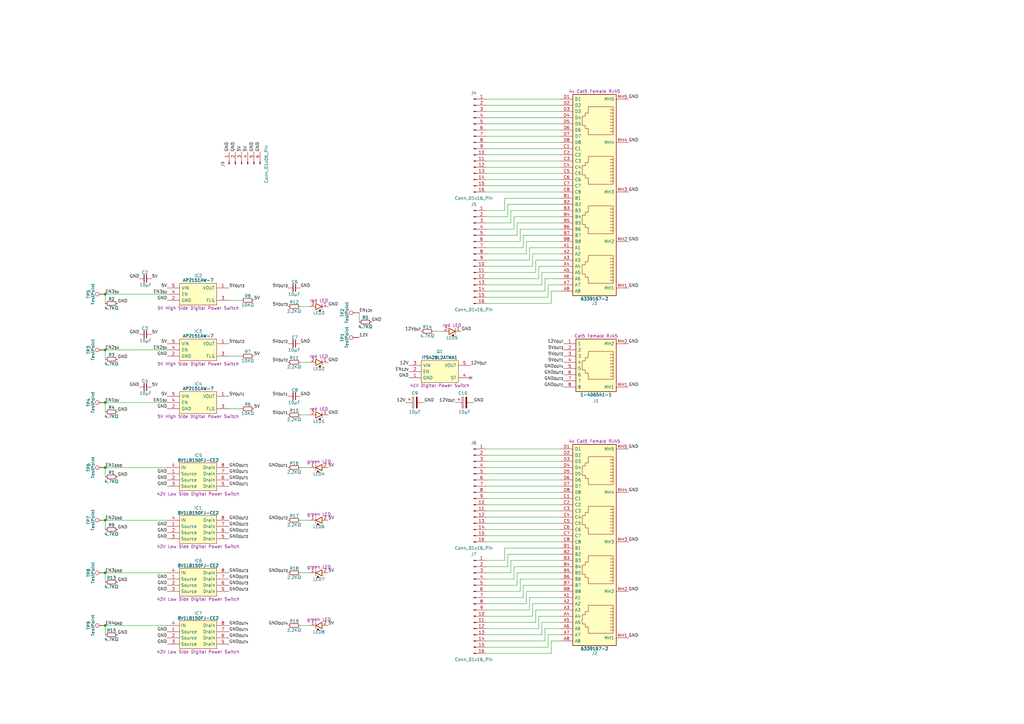
<source format=kicad_sch>
(kicad_sch (version 20231120) (generator "eeschema") (generator_version "8.0")
  (paper "A3")
  (title_block (title "Pico Wide GPIO Connect") (date "2025-01-30") (rev "V0"))
  (lib_symbols
    (symbol "Connector:Conn_01x06_Pin" (pin_names (offset 1.016) hide)
      (property "Reference" "J" (at 0 7.62 0))
      (property "Value" "Conn_01x06_Pin" (at 0 -10.16 0))
      (symbol "Conn_01x06_Pin_1_1"
        (pin passive line (at 5.08 5.08 180) (length 3.81) (name "Pin_1") (number "1"))
        (pin passive line (at 5.08 2.54 180) (length 3.81) (name "Pin_2") (number "2"))
        (pin passive line (at 5.08 0 180) (length 3.81) (name "Pin_3") (number "3"))
        (pin passive line (at 5.08 -2.54 180) (length 3.81) (name "Pin_4") (number "4"))
        (pin passive line (at 5.08 -5.08 180) (length 3.81) (name "Pin_5") (number "5"))
        (pin passive line (at 5.08 -7.62 180) (length 3.81) (name "Pin_6") (number "6"))
      )
    )
    (symbol "Connector:Conn_01x16_Pin" (pin_names (offset 1.016) hide)
      (property "Reference" "J" (at 0 20.32 0))
      (property "Value" "Conn_01x16_Pin" (at 0 -22.86 0))
      (symbol "Conn_01x16_Pin_1_1"
        (pin passive line (at 5.08 17.78 180) (length 3.81) (name "Pin_1") (number "1"))
        (pin passive line (at 5.08 -5.08 180) (length 3.81) (name "Pin_10") (number "10"))
        (pin passive line (at 5.08 -7.62 180) (length 3.81) (name "Pin_11") (number "11"))
        (pin passive line (at 5.08 -10.16 180) (length 3.81) (name "Pin_12") (number "12"))
        (pin passive line (at 5.08 -12.7 180) (length 3.81) (name "Pin_13") (number "13"))
        (pin passive line (at 5.08 -15.24 180) (length 3.81) (name "Pin_14") (number "14"))
        (pin passive line (at 5.08 -17.78 180) (length 3.81) (name "Pin_15") (number "15"))
        (pin passive line (at 5.08 -20.32 180) (length 3.81) (name "Pin_16") (number "16"))
        (pin passive line (at 5.08 15.24 180) (length 3.81) (name "Pin_2") (number "2"))
        (pin passive line (at 5.08 12.7 180) (length 3.81) (name "Pin_3") (number "3"))
        (pin passive line (at 5.08 10.16 180) (length 3.81) (name "Pin_4") (number "4"))
        (pin passive line (at 5.08 7.62 180) (length 3.81) (name "Pin_5") (number "5"))
        (pin passive line (at 5.08 5.08 180) (length 3.81) (name "Pin_6") (number "6"))
        (pin passive line (at 5.08 2.54 180) (length 3.81) (name "Pin_7") (number "7"))
        (pin passive line (at 5.08 0 180) (length 3.81) (name "Pin_8") (number "8"))
        (pin passive line (at 5.08 -2.54 180) (length 3.81) (name "Pin_9") (number "9"))
      )
    )
    (symbol "Connector:TestPoint" (pin_numbers hide) (pin_names (offset 0.762) hide)
      (property "Reference" "TP" (at 0 6.858 0))
      (property "Value" "TestPoint" (at 0 5.08 0))
      (symbol "TestPoint_1_1"
        (pin passive line (at 0 0 90) (length 2.54) (name "1") (number "1"))
      )
    )
    (symbol "Diodes_Inc:AP2151AW-7" (pin_names (offset 0.762))
      (property "Reference" "IC" (at 12.7 5.08 0))
      (property "Value" "AP2151AW-7" (at 12.7 3.175 0))
      (property "Description" "5V High Side Digital Power Switch" (at 12.7 -8.255 0))
      (symbol "AP2151AW-7_0_0"
        (pin passive line (at 0 -5.08 0) (length 5.08) (name "GND") (number "2"))
      )
      (symbol "AP2151AW-7_1_0"
        (pin passive line (at 25.4 0 180) (length 5.08) (name "VOUT") (number "1"))
        (pin output line (at 25.4 -5.08 180) (length 5.08) (name "FLG") (number "3"))
        (pin input line (at 0 -2.54 0) (length 5.08) (name "EN") (number "4"))
        (pin passive line (at 0 0 0) (length 5.08) (name "VIN") (number "5"))
      )
    )
    (symbol "HCP65:C_0805" (pin_numbers hide) (pin_names (offset 0.254) hide)
      (property "Reference" "C" (at 2.286 2.54 0))
      (property "Value" "?μF" (at 2.54 -2.54 0))
      (symbol "C_0805_1_1"
        (pin passive line (at 0 0 0) (length 2.032) (name "~") (number "1"))
        (pin passive line (at 5.08 0 180) (length 2.032) (name "~") (number "2"))
      )
    )
    (symbol "HCP65:C_Radial_D4.0mm_P2.00mm" (pin_numbers hide) (pin_names (offset 0.254))
      (property "Reference" "C" (at 0.635 2.54 0))
      (property "Value" "?μF" (at 0.635 -2.54 0))
      (symbol "C_Radial_D4.0mm_P2.00mm_1_1"
        (pin passive line (at 0 3.81 270) (length 2.794) (name "~") (number "1"))
        (pin passive line (at 0 -3.81 90) (length 2.794) (name "~") (number "2"))
      )
    )
    (symbol "HCP65:R_0805" (pin_numbers hide) (pin_names hide)
      (property "Reference" "R" (at 2.54 1.778 0))
      (property "Value" "?Ω" (at 2.54 -1.905 0))
      (symbol "R_0805_1_1"
        (pin passive line (at 0 0 0) (length 0.72) (name "~") (number "1"))
        (pin passive line (at 5.08 0 180) (length 0.72) (name "~") (number "2"))
      )
    )
    (symbol "Infineon:ITS428L2ATMA1" (pin_names (offset 0.762))
      (property "Reference" "Q" (at 12.7 5.715 0))
      (property "Value" "ITS428L2ATMA1" (at 12.7 3.175 0))
      (property "Description" "41V Digital Power Switch" (at 12.7 -8.255 0))
      (symbol "ITS428L2ATMA1_0_0"
        (pin passive line (at 0 -5.08 0) (length 5.08) (name "GND") (number "1"))
      )
      (symbol "ITS428L2ATMA1_1_0"
        (pin input line (at 0 -2.54 0) (length 5.08) (name "EN") (number "2"))
        (pin passive line (at 0 0 0) (length 5.08) (name "VIN") (number "3"))
        (pin output line (at 25.4 -5.08 180) (length 5.08) (name "ST") (number "4"))
        (pin passive line (at 25.4 0 180) (length 5.08) (name "VOUT") (number "5"))
      )
    )
    (symbol "ROHM_Semiconductor:BV1LB150FJ-CE2"
      (property "Reference" "IC" (at 12.7 5.715 0))
      (property "Value" "BV1LB150FJ-CE2" (at 12.7 3.81 0))
      (property "Description" "42V Low Side Digital Power Switch" (at 12.7 -10.795 0))
      (symbol "BV1LB150FJ-CE2_1_1"
        (pin passive line (at 0 -2.54 0) (length 5.08) (name "Source") (number "1"))
        (pin passive line (at 0 -5.08 0) (length 5.08) (name "Source") (number "2"))
        (pin passive line (at 0 -7.62 0) (length 5.08) (name "Source") (number "3"))
        (pin input line (at 0 0 0) (length 5.08) (name "IN") (number "4"))
        (pin passive line (at 25.4 -7.62 180) (length 5.08) (name "Drain") (number "5"))
        (pin passive line (at 25.4 -5.08 180) (length 5.08) (name "Drain") (number "6"))
        (pin passive line (at 25.4 -2.54 180) (length 5.08) (name "Drain") (number "7"))
        (pin passive line (at 25.4 0 180) (length 5.08) (name "Drain") (number "8"))
      )
    )
    (symbol "TE_Connectivity:1-406541-1" (pin_names (offset 0.762))
      (property "Reference" "J" (at -13.335 5.715 0))
      (property "Value" "1-406541-1" (at -13.335 3.175 0))
      (property "Description" "Cat5 Female RJ45" (at -13.335 -20.955 0))
      (symbol "1-406541-1_0_0"
        (pin passive line (at 0 -17.78 180) (length 5.08) (name "1") (number "1"))
        (pin passive line (at 0 -15.24 180) (length 5.08) (name "2") (number "2"))
        (pin passive line (at 0 -12.7 180) (length 5.08) (name "3") (number "3"))
        (pin passive line (at 0 -10.16 180) (length 5.08) (name "4") (number "4"))
        (pin passive line (at 0 -7.62 180) (length 5.08) (name "5") (number "5"))
        (pin passive line (at 0 -5.08 180) (length 5.08) (name "6") (number "6"))
        (pin passive line (at 0 -2.54 180) (length 5.08) (name "7") (number "7"))
        (pin passive line (at 0 0 180) (length 5.08) (name "8") (number "8"))
      )
      (symbol "1-406541-1_1_0"
        (pin passive line (at -26.67 0 0) (length 5.08) (name "MH1") (number "MH1"))
        (pin passive line (at -26.67 -17.78 0) (length 5.08) (name "MH2") (number "MH2"))
      )
    )
    (symbol "TE_Connectivity:6339167-2" (pin_names (offset 0.762))
      (property "Reference" "J" (at -13.97 5.08 0))
      (property "Value" "6339167-2" (at -13.97 3.175 0))
      (property "Description" "4x Cat5 Female RJ45" (at -13.97 -81.915 0))
      (symbol "6339167-2_0_0"
        (pin passive line (at 0 -17.78 180) (length 5.08) (name "A1") (number "A1"))
        (pin passive line (at 0 -15.24 180) (length 5.08) (name "A2") (number "A2"))
        (pin passive line (at 0 -12.7 180) (length 5.08) (name "A3") (number "A3"))
        (pin passive line (at 0 -10.16 180) (length 5.08) (name "A4") (number "A4"))
        (pin passive line (at 0 -7.62 180) (length 5.08) (name "A5") (number "A5"))
        (pin passive line (at 0 -5.08 180) (length 5.08) (name "A6") (number "A6"))
        (pin passive line (at 0 -2.54 180) (length 5.08) (name "A7") (number "A7"))
        (pin passive line (at 0 0 180) (length 5.08) (name "A8") (number "A8"))
        (pin passive line (at 0 -38.1 180) (length 5.08) (name "B1") (number "B1"))
        (pin passive line (at 0 -35.56 180) (length 5.08) (name "B2") (number "B2"))
        (pin passive line (at 0 -33.02 180) (length 5.08) (name "B3") (number "B3"))
        (pin passive line (at 0 -30.48 180) (length 5.08) (name "B4") (number "B4"))
        (pin passive line (at 0 -27.94 180) (length 5.08) (name "B5") (number "B5"))
        (pin passive line (at 0 -25.4 180) (length 5.08) (name "B6") (number "B6"))
        (pin passive line (at 0 -22.86 180) (length 5.08) (name "B7") (number "B7"))
        (pin passive line (at 0 -20.32 180) (length 5.08) (name "B8") (number "B8"))
        (pin passive line (at 0 -58.42 180) (length 5.08) (name "C1") (number "C1"))
        (pin passive line (at 0 -55.88 180) (length 5.08) (name "C2") (number "C2"))
        (pin passive line (at 0 -53.34 180) (length 5.08) (name "C3") (number "C3"))
        (pin passive line (at 0 -50.8 180) (length 5.08) (name "C4") (number "C4"))
        (pin passive line (at 0 -48.26 180) (length 5.08) (name "C5") (number "C5"))
        (pin passive line (at 0 -45.72 180) (length 5.08) (name "C6") (number "C6"))
        (pin passive line (at 0 -43.18 180) (length 5.08) (name "C7") (number "C7"))
        (pin passive line (at 0 -40.64 180) (length 5.08) (name "C8") (number "C8"))
        (pin passive line (at 0 -78.74 180) (length 5.08) (name "D1") (number "D1"))
        (pin passive line (at 0 -76.2 180) (length 5.08) (name "D2") (number "D2"))
        (pin passive line (at 0 -73.66 180) (length 5.08) (name "D3") (number "D3"))
        (pin passive line (at 0 -71.12 180) (length 5.08) (name "D4") (number "D4"))
        (pin passive line (at 0 -68.58 180) (length 5.08) (name "D5") (number "D5"))
        (pin passive line (at 0 -66.04 180) (length 5.08) (name "D6") (number "D6"))
        (pin passive line (at 0 -63.5 180) (length 5.08) (name "D7") (number "D7"))
        (pin passive line (at 0 -60.96 180) (length 5.08) (name "D8") (number "D8"))
        (pin passive line (at -27.94 -1.27 0) (length 5.08) (name "MH1") (number "MH1"))
        (pin passive line (at -27.94 -20.32 0) (length 5.08) (name "MH2") (number "MH2"))
        (pin passive line (at -27.94 -40.64 0) (length 5.08) (name "MH3") (number "MH3"))
        (pin passive line (at -27.94 -60.96 0) (length 5.08) (name "MH4") (number "MH4"))
        (pin passive line (at -27.94 -78.74 0) (length 5.08) (name "MH5") (number "MH5"))
      )
    )
    (symbol "Wurth_Elektronik:150224SS73100" (pin_names (offset 0.762))
      (property "Reference" "LED" (at 0 1.905 0))
      (property "Description" "red LED" (at 0 -3.175 0))
      (symbol "150224SS73100_0_0"
        (pin passive line (at -3.81 0 0) (length 2.54) (name "~") (number "1"))
        (pin passive line (at 3.81 0 180) (length 2.54) (name "~") (number "2"))
      )
    )
    (symbol "Wurth_Elektronik:150224VS73100A" (pin_names (offset 0.762))
      (property "Reference" "LED" (at 0 1.905 0))
      (property "Description" "green LED" (at 0 -3.175 0))
      (symbol "150224VS73100A_0_0"
        (pin passive line (at -3.81 0 0) (length 2.54) (name "") (number "1"))
        (pin passive line (at 3.81 0 180) (length 2.54) (name "~") (number "2"))
      )
    )
  )
  (junction (at 43.18 234.95))
  (junction (at 43.18 213.36))
  (junction (at 43.18 191.77))
  (junction (at 43.18 143.51))
  (junction (at 43.18 165.1))
  (junction (at 43.18 120.65))
  (junction (at 43.18 256.54))
  (no_connect (at 193.04 154.94))
  (wire (pts (xy 199.39 217.17) (xy 229.87 217.17)))
  (wire (pts (xy 223.52 114.3) (xy 229.87 114.3)))
  (wire (pts (xy 199.39 237.49) (xy 210.82 237.49)))
  (wire (pts (xy 215.9 104.14) (xy 215.9 99.06)))
  (wire (pts (xy 199.39 101.6) (xy 214.63 101.6)))
  (wire (pts (xy 43.18 191.77) (xy 43.18 195.58)))
  (wire (pts (xy 123.19 256.54) (xy 127 256.54)))
  (wire (pts (xy 217.17 106.68) (xy 217.17 101.6)))
  (wire (pts (xy 224.79 260.35) (xy 229.87 260.35)))
  (wire (pts (xy 215.9 242.57) (xy 229.87 242.57)))
  (wire (pts (xy 199.39 255.27) (xy 219.71 255.27)))
  (wire (pts (xy 199.39 55.88) (xy 229.87 55.88)))
  (wire (pts (xy 43.18 165.1) (xy 43.18 168.91)))
  (wire (pts (xy 199.39 191.77) (xy 229.87 191.77)))
  (wire (pts (xy 209.55 234.95) (xy 209.55 229.87)))
  (wire (pts (xy 43.18 143.51) (xy 68.58 143.51)))
  (wire (pts (xy 199.39 257.81) (xy 220.98 257.81)))
  (wire (pts (xy 199.39 186.69) (xy 229.87 186.69)))
  (wire (pts (xy 218.44 247.65) (xy 229.87 247.65)))
  (wire (pts (xy 199.39 209.55) (xy 229.87 209.55)))
  (wire (pts (xy 226.06 267.97) (xy 226.06 262.89)))
  (wire (pts (xy 123.19 213.36) (xy 127 213.36)))
  (wire (pts (xy 199.39 222.25) (xy 229.87 222.25)))
  (wire (pts (xy 199.39 196.85) (xy 229.87 196.85)))
  (wire (pts (xy 199.39 76.2) (xy 229.87 76.2)))
  (wire (pts (xy 213.36 242.57) (xy 213.36 237.49)))
  (wire (pts (xy 199.39 234.95) (xy 209.55 234.95)))
  (wire (pts (xy 214.63 240.03) (xy 229.87 240.03)))
  (wire (pts (xy 222.25 111.76) (xy 229.87 111.76)))
  (wire (pts (xy 222.25 260.35) (xy 222.25 255.27)))
  (wire (pts (xy 223.52 257.81) (xy 229.87 257.81)))
  (wire (pts (xy 218.44 104.14) (xy 229.87 104.14)))
  (wire (pts (xy 199.39 66.04) (xy 229.87 66.04)))
  (wire (pts (xy 199.39 40.64) (xy 229.87 40.64)))
  (wire (pts (xy 210.82 93.98) (xy 210.82 88.9)))
  (wire (pts (xy 199.39 240.03) (xy 212.09 240.03)))
  (wire (pts (xy 199.39 247.65) (xy 215.9 247.65)))
  (wire (pts (xy 219.71 106.68) (xy 229.87 106.68)))
  (wire (pts (xy 219.71 255.27) (xy 219.71 250.19)))
  (wire (pts (xy 199.39 60.96) (xy 229.87 60.96)))
  (wire (pts (xy 219.71 250.19) (xy 229.87 250.19)))
  (wire (pts (xy 219.71 111.76) (xy 219.71 106.68)))
  (wire (pts (xy 212.09 240.03) (xy 212.09 234.95)))
  (wire (pts (xy 199.39 245.11) (xy 214.63 245.11)))
  (wire (pts (xy 43.18 191.77) (xy 68.58 191.77)))
  (wire (pts (xy 214.63 101.6) (xy 214.63 96.52)))
  (wire (pts (xy 43.18 234.95) (xy 43.18 238.76)))
  (wire (pts (xy 93.98 146.05) (xy 99.06 146.05)))
  (wire (pts (xy 199.39 63.5) (xy 229.87 63.5)))
  (wire (pts (xy 213.36 237.49) (xy 229.87 237.49)))
  (wire (pts (xy 199.39 50.8) (xy 229.87 50.8)))
  (wire (pts (xy 199.39 109.22) (xy 218.44 109.22)))
  (wire (pts (xy 199.39 214.63) (xy 229.87 214.63)))
  (wire (pts (xy 177.8 135.89) (xy 181.61 135.89)))
  (wire (pts (xy 199.39 201.93) (xy 229.87 201.93)))
  (wire (pts (xy 209.55 91.44) (xy 209.55 86.36)))
  (wire (pts (xy 199.39 58.42) (xy 229.87 58.42)))
  (wire (pts (xy 123.19 148.59) (xy 127 148.59)))
  (wire (pts (xy 213.36 93.98) (xy 229.87 93.98)))
  (wire (pts (xy 207.01 224.79) (xy 229.87 224.79)))
  (wire (pts (xy 43.18 234.95) (xy 68.58 234.95)))
  (wire (pts (xy 208.28 232.41) (xy 208.28 227.33)))
  (wire (pts (xy 209.55 86.36) (xy 229.87 86.36)))
  (wire (pts (xy 215.9 247.65) (xy 215.9 242.57)))
  (wire (pts (xy 224.79 116.84) (xy 229.87 116.84)))
  (wire (pts (xy 199.39 250.19) (xy 217.17 250.19)))
  (wire (pts (xy 217.17 250.19) (xy 217.17 245.11)))
  (wire (pts (xy 207.01 229.87) (xy 207.01 224.79)))
  (wire (pts (xy 199.39 265.43) (xy 224.79 265.43)))
  (wire (pts (xy 213.36 99.06) (xy 213.36 93.98)))
  (wire (pts (xy 220.98 257.81) (xy 220.98 252.73)))
  (wire (pts (xy 214.63 245.11) (xy 214.63 240.03)))
  (wire (pts (xy 207.01 81.28) (xy 229.87 81.28)))
  (wire (pts (xy 199.39 104.14) (xy 215.9 104.14)))
  (wire (pts (xy 226.06 119.38) (xy 229.87 119.38)))
  (wire (pts (xy 212.09 91.44) (xy 229.87 91.44)))
  (wire (pts (xy 123.19 191.77) (xy 127 191.77)))
  (wire (pts (xy 199.39 189.23) (xy 229.87 189.23)))
  (wire (pts (xy 199.39 88.9) (xy 208.28 88.9)))
  (wire (pts (xy 218.44 252.73) (xy 218.44 247.65)))
  (wire (pts (xy 222.25 116.84) (xy 199.39 116.84)))
  (wire (pts (xy 43.18 213.36) (xy 43.18 217.17)))
  (wire (pts (xy 123.19 234.95) (xy 127 234.95)))
  (wire (pts (xy 199.39 53.34) (xy 229.87 53.34)))
  (wire (pts (xy 43.18 143.51) (xy 43.18 147.32)))
  (wire (pts (xy 123.19 170.18) (xy 127 170.18)))
  (wire (pts (xy 226.06 262.89) (xy 229.87 262.89)))
  (wire (pts (xy 43.18 120.65) (xy 43.18 124.46)))
  (wire (pts (xy 224.79 121.92) (xy 199.39 121.92)))
  (wire (pts (xy 212.09 234.95) (xy 229.87 234.95)))
  (wire (pts (xy 123.19 125.73) (xy 127 125.73)))
  (wire (pts (xy 199.39 73.66) (xy 229.87 73.66)))
  (wire (pts (xy 43.18 256.54) (xy 68.58 256.54)))
  (wire (pts (xy 217.17 245.11) (xy 229.87 245.11)))
  (wire (pts (xy 199.39 93.98) (xy 210.82 93.98)))
  (wire (pts (xy 199.39 99.06) (xy 213.36 99.06)))
  (wire (pts (xy 219.71 111.76) (xy 199.39 111.76)))
  (wire (pts (xy 199.39 207.01) (xy 229.87 207.01)))
  (wire (pts (xy 43.18 120.65) (xy 68.58 120.65)))
  (wire (pts (xy 199.39 71.12) (xy 229.87 71.12)))
  (wire (pts (xy 223.52 119.38) (xy 199.39 119.38)))
  (wire (pts (xy 214.63 96.52) (xy 229.87 96.52)))
  (wire (pts (xy 208.28 227.33) (xy 229.87 227.33)))
  (wire (pts (xy 199.39 267.97) (xy 226.06 267.97)))
  (wire (pts (xy 212.09 96.52) (xy 212.09 91.44)))
  (wire (pts (xy 199.39 212.09) (xy 229.87 212.09)))
  (wire (pts (xy 220.98 114.3) (xy 220.98 109.22)))
  (wire (pts (xy 224.79 121.92) (xy 224.79 116.84)))
  (wire (pts (xy 199.39 106.68) (xy 217.17 106.68)))
  (wire (pts (xy 199.39 45.72) (xy 229.87 45.72)))
  (wire (pts (xy 210.82 232.41) (xy 229.87 232.41)))
  (wire (pts (xy 210.82 88.9) (xy 229.87 88.9)))
  (wire (pts (xy 93.98 123.19) (xy 99.06 123.19)))
  (wire (pts (xy 220.98 109.22) (xy 229.87 109.22)))
  (wire (pts (xy 210.82 237.49) (xy 210.82 232.41)))
  (wire (pts (xy 199.39 232.41) (xy 208.28 232.41)))
  (wire (pts (xy 207.01 86.36) (xy 207.01 81.28)))
  (wire (pts (xy 199.39 194.31) (xy 229.87 194.31)))
  (wire (pts (xy 199.39 219.71) (xy 229.87 219.71)))
  (wire (pts (xy 199.39 252.73) (xy 218.44 252.73)))
  (wire (pts (xy 222.25 255.27) (xy 229.87 255.27)))
  (wire (pts (xy 199.39 78.74) (xy 229.87 78.74)))
  (wire (pts (xy 199.39 43.18) (xy 229.87 43.18)))
  (wire (pts (xy 226.06 124.46) (xy 199.39 124.46)))
  (wire (pts (xy 217.17 101.6) (xy 229.87 101.6)))
  (wire (pts (xy 222.25 116.84) (xy 222.25 111.76)))
  (wire (pts (xy 220.98 114.3) (xy 199.39 114.3)))
  (wire (pts (xy 199.39 199.39) (xy 229.87 199.39)))
  (wire (pts (xy 199.39 260.35) (xy 222.25 260.35)))
  (wire (pts (xy 43.18 213.36) (xy 68.58 213.36)))
  (wire (pts (xy 93.98 167.64) (xy 99.06 167.64)))
  (wire (pts (xy 199.39 242.57) (xy 213.36 242.57)))
  (wire (pts (xy 199.39 91.44) (xy 209.55 91.44)))
  (wire (pts (xy 223.52 119.38) (xy 223.52 114.3)))
  (wire (pts (xy 199.39 96.52) (xy 212.09 96.52)))
  (wire (pts (xy 199.39 184.15) (xy 229.87 184.15)))
  (wire (pts (xy 226.06 124.46) (xy 226.06 119.38)))
  (wire (pts (xy 223.52 262.89) (xy 223.52 257.81)))
  (wire (pts (xy 209.55 229.87) (xy 229.87 229.87)))
  (wire (pts (xy 224.79 265.43) (xy 224.79 260.35)))
  (wire (pts (xy 199.39 68.58) (xy 229.87 68.58)))
  (wire (pts (xy 208.28 88.9) (xy 208.28 83.82)))
  (wire (pts (xy 218.44 104.14) (xy 218.44 109.22)))
  (wire (pts (xy 43.18 165.1) (xy 68.58 165.1)))
  (wire (pts (xy 147.32 128.27) (xy 147.32 132.08)))
  (wire (pts (xy 199.39 86.36) (xy 207.01 86.36)))
  (wire (pts (xy 199.39 48.26) (xy 229.87 48.26)))
  (wire (pts (xy 199.39 262.89) (xy 223.52 262.89)))
  (wire (pts (xy 215.9 99.06) (xy 229.87 99.06)))
  (wire (pts (xy 220.98 252.73) (xy 229.87 252.73)))
  (wire (pts (xy 208.28 83.82) (xy 229.87 83.82)))
  (wire (pts (xy 199.39 229.87) (xy 207.01 229.87)))
  (wire (pts (xy 199.39 204.47) (xy 229.87 204.47)))
  (wire (pts (xy 43.18 256.54) (xy 43.18 260.35)))
  (label "12V_{OUT}" (at 193.04 149.86 0))
  (label "GND" (at 48.26 238.76 0))
  (label "GND_{OUT2}" (at 93.98 213.36 0))
  (label "GND" (at 68.58 261.62 180))
  (label "GND" (at 96.52 62.23 90))
  (label "GND" (at 48.26 124.46 0))
  (label "GND" (at 106.68 62.23 90))
  (label "GND" (at 257.81 78.74 0))
  (label "5V_{OUT3}" (at 231.14 143.51 180))
  (label "5V_{OUT2}" (at 93.98 140.97 0))
  (label "GND_{OUT2}" (at 93.98 215.9 0))
  (label "5V" (at 68.58 118.11 180))
  (label "5V_{OUT3}" (at 93.98 118.11 0))
  (label "GND" (at 48.26 147.32 0))
  (label "EN3_{5V}" (at 43.18 120.65 0))
  (label "GND" (at 68.58 218.44 180))
  (label "GND" (at 134.62 148.59 0))
  (label "EN4_{GND}" (at 43.18 256.54 0))
  (label "GND" (at 134.62 170.18 0))
  (label "GND_{OUT3}" (at 93.98 240.03 0))
  (label "GND" (at 257.81 261.62 0))
  (label "EN1_{5V}" (at 43.18 165.1 0))
  (label "5V" (at 134.62 234.95 0))
  (label "GND_{OUT1}" (at 93.98 191.77 0))
  (label "GND" (at 48.26 217.17 0))
  (label "GND" (at 57.15 137.16 180))
  (label "GND" (at 68.58 240.03 180))
  (label "EN_{12V}" (at 167.64 152.4 180))
  (label "GND_{OUT1}" (at 93.98 196.85 0))
  (label "5V_{OUT3}" (at 118.11 118.11 180))
  (label "GND" (at 257.81 118.11 0))
  (label "GND" (at 68.58 196.85 180))
  (label "GND" (at 194.31 165.1 0))
  (label "5V_{OUT3}" (at 118.11 125.73 180))
  (label "GND" (at 68.58 194.31 180))
  (label "GND_{OUT3}" (at 93.98 242.57 0))
  (label "GND" (at 167.64 154.94 180))
  (label "GND" (at 68.58 242.57 180))
  (label "5V_{OUT2}" (at 118.11 140.97 180))
  (label "GND_{OUT1}" (at 93.98 194.31 0))
  (label "GND_{OUT3}" (at 231.14 153.67 180))
  (label "GND" (at 57.15 114.3 180))
  (label "GND" (at 257.81 140.97 0))
  (label "GND_{OUT4}" (at 93.98 264.16 0))
  (label "GND" (at 123.19 118.11 0))
  (label "GND" (at 57.15 158.75 180))
  (label "EN_{12V}" (at 147.32 128.27 0))
  (label "5V" (at 101.6 62.23 90))
  (label "5V_{OUT1}" (at 93.98 162.56 0))
  (label "GND_{OUT3}" (at 93.98 234.95 0))
  (label "12V" (at 166.37 165.1 180))
  (label "GND_{OUT1}" (at 93.98 199.39 0))
  (label "GND_{OUT1}" (at 231.14 158.75 180))
  (label "GND_{OUT3}" (at 118.11 234.95 180))
  (label "GND" (at 152.4 132.08 0))
  (label "GND" (at 68.58 264.16 180))
  (label "GND" (at 257.81 158.75 0))
  (label "GND" (at 104.14 62.23 90))
  (label "EN3_{5V}" (at 68.58 120.65 180))
  (label "GND_{OUT3}" (at 93.98 237.49 0))
  (label "GND" (at 68.58 259.08 180))
  (label "GND" (at 68.58 146.05 180))
  (label "12V" (at 147.32 138.43 0))
  (label "GND" (at 257.81 40.64 0))
  (label "5V_{OUT2}" (at 118.11 148.59 180))
  (label "GND" (at 123.19 140.97 0))
  (label "GND_{OUT2}" (at 93.98 220.98 0))
  (label "5V_{OUT2}" (at 231.14 146.05 180))
  (label "GND_{OUT4}" (at 93.98 259.08 0))
  (label "GND" (at 173.99 165.1 0))
  (label "EN1_{5V}" (at 68.58 165.1 180))
  (label "GND" (at 257.81 99.06 0))
  (label "GND" (at 257.81 222.25 0))
  (label "12V_{OUT}" (at 186.69 165.1 180))
  (label "GND" (at 257.81 184.15 0))
  (label "GND" (at 123.19 162.56 0))
  (label "5V_{OUT1}" (at 118.11 162.56 180))
  (label "5V" (at 62.23 114.3 0))
  (label "GND_{OUT2}" (at 118.11 213.36 180))
  (label "GND_{OUT4}" (at 231.14 151.13 180))
  (label "5V" (at 68.58 140.97 180))
  (label "GND_{OUT2}" (at 93.98 218.44 0))
  (label "GND_{OUT2}" (at 231.14 156.21 180))
  (label "5V" (at 134.62 191.77 0))
  (label "5V" (at 134.62 256.54 0))
  (label "EN2_{5V}" (at 43.18 143.51 0))
  (label "5V" (at 104.14 146.05 0))
  (label "GND" (at 68.58 215.9 180))
  (label "GND" (at 134.62 125.73 0))
  (label "5V" (at 62.23 158.75 0))
  (label "GND" (at 257.81 58.42 0))
  (label "5V_{OUT1}" (at 231.14 148.59 180))
  (label "5V" (at 134.62 213.36 0))
  (label "GND" (at 189.23 135.89 0))
  (label "GND" (at 68.58 123.19 180))
  (label "EN3_{GND}" (at 43.18 234.95 0))
  (label "GND" (at 48.26 168.91 0))
  (label "GND" (at 257.81 242.57 0))
  (label "EN2_{5V}" (at 68.58 143.51 180))
  (label "GND_{OUT4}" (at 118.11 256.54 180))
  (label "GND" (at 93.98 62.23 90))
  (label "GND_{OUT4}" (at 93.98 256.54 0))
  (label "5V_{OUT1}" (at 118.11 170.18 180))
  (label "GND_{OUT4}" (at 93.98 261.62 0))
  (label "GND" (at 68.58 199.39 180))
  (label "GND_{OUT1}" (at 118.11 191.77 180))
  (label "GND" (at 48.26 195.58 0))
  (label "GND" (at 68.58 237.49 180))
  (label "EN1_{GND}" (at 43.18 191.77 0))
  (label "GND" (at 68.58 167.64 180))
  (label "5V" (at 99.06 62.23 90))
  (label "12V_{OUT}" (at 231.14 140.97 180))
  (label "GND" (at 48.26 260.35 0))
  (label "12V_{OUT}" (at 172.72 135.89 180))
  (label "GND" (at 68.58 220.98 180))
  (label "EN2_{GND}" (at 43.18 213.36 0))
  (label "GND" (at 257.81 201.93 0))
  (label "5V" (at 104.14 167.64 0))
  (label "5V" (at 62.23 137.16 0))
  (label "5V" (at 104.14 123.19 0))
  (label "5V" (at 68.58 162.56 180))
  (label "12V" (at 167.64 149.86 180))
  (symbol (lib_id "Wurth_Elektronik:150224SS73100") (at 185.42 135.89 180) (unit 1)
    (property "Reference" "LED5" (at 185.42 137.795 0) (effects (justify bottom)))
    (property "Value" "150224SS73100" (effects (hide yes)))
    (property "Footprint" "SamacSys_Parts:150224SS73100A" (effects (hide yes)))
    (property "Datasheet" "http://www.farnell.com/datasheets/2301711.pdf" (effects (hide yes)))
    (property "Description" "red LED" (at 185.42 132.715 0) (effects (justify bottom)))
    (property "Height" "1.31" (effects (hide yes)))
    (property "Manufacturer_Name" "Wurth Elektronik" (effects (hide yes)))
    (property "Silkscreen" "red" (effects (hide yes)))
    (property "Manufacturer_Part_Number" "150224SS73100" (effects (hide yes)))
    (property "Mouser Part Number" "710-150224SS73100" (effects (hide yes)))
    (property "Mouser Price/Stock" "https://www.mouser.co.uk/ProductDetail/Wurth-Elektronik/150224SS73100?qs=5aG0NVq1C4xYrTr%2FIVl59g%3D%3D" (effects (hide yes)))
    (property "Garbage" "Red LED" (effects (hide yes)))
  )
  (symbol (lib_id "Infineon:ITS428L2ATMA1") (at 167.64 149.86 0) (unit 1)
    (property "Reference" "Q1" (at 180.34 144.145 0))
    (property "Value" "ITS428L2ATMA1" (at 180.34 146.685 0) (effects (font (bold yes))))
    (property "Footprint" "SamacSys_Parts:ITS428L2ATMA1" (effects (hide yes)))
    (property "Datasheet" "https://www.infineon.com/dgdl/Infineon-ITS428L2-DS-v01_01-en.pdf?fileId=db3a30431c69a49d011cdcc9a1fd41df" (effects (hide yes)))
    (property "Description" "41V Digital Power Switch" (at 180.34 158.115 0))
    (property "Description_1" "Power Switch/Driver 1:1 N-Channel 5.8A PG-TO252-5-11" (effects (hide yes)))
    (property "Height" "2.5" (effects (hide yes)))
    (property "Manufacturer_Name" "Infineon" (effects (hide yes)))
    (property "Manufacturer_Part_Number" "ITS428L2ATMA1" (effects (hide yes)))
    (property "Mouser Part Number" "726-ITS428L2ATMA1" (effects (hide yes)))
    (property "Mouser Price/Stock" "https://www.mouser.co.uk/ProductDetail/Infineon-Technologies/ITS428L2ATMA1?qs=OwbwYO03UsKb4YQm68cXwA%3D%3D" (effects (hide yes)))
    (property "Arrow Part Number" "ITS428L2ATMA1" (effects (hide yes)))
    (property "Arrow Price/Stock" "https://www.arrow.com/en/products/its428l2atma1/infineon-technologies-ag?region=europe" (effects (hide yes)))
  )
  (symbol (lib_id "HCP65:C_Radial_D4.0mm_P2.00mm") (at 190.5 165.1 90) (mirror x) (unit 1)
    (property "Reference" "C10" (at 191.77 161.29 90) (effects (justify left)))
    (property "Value" "10μF" (at 193.04 168.91 90) (effects (justify left)))
    (property "Footprint" "SamacSys_Parts:CP_Radial_D4.0mm_P2.00mm" (effects (hide yes)))
    (property "Description" "10μF" (effects (hide yes)))
  )
  (symbol (lib_id "Connector:TestPoint") (at 147.32 128.27 90) (unit 1)
    (property "Reference" "TP2" (at 140.462 128.27 0))
    (property "Value" "TestPoint" (at 142.24 128.27 0))
    (property "Footprint" "TestPoint:TestPoint_Pad_1.5x1.5mm" (effects (hide yes)))
    (property "Description" "test point" (effects (hide yes)))
  )
  (symbol (lib_id "Connector:TestPoint") (at 43.18 234.95 90) (unit 1)
    (property "Reference" "TP8" (at 36.322 234.95 0))
    (property "Value" "TestPoint" (at 38.1 234.95 0))
    (property "Footprint" "TestPoint:TestPoint_Pad_1.5x1.5mm" (effects (hide yes)))
    (property "Description" "test point" (effects (hide yes)))
  )
  (symbol (lib_id "Connector:Conn_01x16_Pin") (at 194.31 201.93 0) (unit 1)
    (property "Reference" "J6" (at 194.31 181.61 0))
    (property "Value" "Conn_01x16_Pin" (at 194.31 224.79 0))
    (property "Footprint" "Connector_PinSocket_2.54mm:PinSocket_1x16_P2.54mm_Vertical" (effects (hide yes)))
    (property "Description" "Generic connector, single row, 01x16, script generated" (effects (hide yes)))
  )
  (symbol (lib_id "Connector:TestPoint") (at 43.18 256.54 90) (unit 1)
    (property "Reference" "TP9" (at 36.322 256.54 0))
    (property "Value" "TestPoint" (at 38.1 256.54 0))
    (property "Footprint" "TestPoint:TestPoint_Pad_1.5x1.5mm" (effects (hide yes)))
    (property "Description" "test point" (effects (hide yes)))
  )
  (symbol (lib_id "Connector:TestPoint") (at 43.18 143.51 90) (unit 1)
    (property "Reference" "TP3" (at 36.322 143.51 0))
    (property "Value" "TestPoint" (at 38.1 143.51 0))
    (property "Footprint" "TestPoint:TestPoint_Pad_1.5x1.5mm" (effects (hide yes)))
    (property "Description" "test point" (effects (hide yes)))
  )
  (symbol (lib_id "HCP65:R_0805") (at 118.11 170.18 0) (unit 1)
    (property "Reference" "R10" (at 120.65 168.402 0))
    (property "Value" "2.2KΩ" (at 120.65 172.085 0))
    (property "Footprint" "SamacSys_Parts:R_0805" (effects (hide yes)))
  )
  (symbol (lib_id "ROHM_Semiconductor:BV1LB150FJ-CE2") (at 68.58 234.95 0) (unit 1)
    (property "Reference" "IC6" (at 81.28 229.235 0) (effects (justify top)))
    (property "Value" "BV1LB150FJ-CE2" (at 81.28 231.14 0) (effects (font (thickness 0.254) (bold yes)) (justify top)))
    (property "Footprint" "SamacSys_Parts:SOIC127P600X165-8N" (effects (hide yes)))
    (property "Datasheet" "http://rohmfs.rohm.com/en/products/databook/datasheet/ic/power/ipd/bv1lb150fj-c-e.pdf" (effects (hide yes)))
    (property "Description" "42V Low Side Digital Power Switch" (at 81.28 245.745 0))
    (property "Height" "1.65" (effects (hide yes)))
    (property "Manufacturer_Name" "ROHM Semiconductor" (effects (hide yes)))
    (property "Manufacturer_Part_Number" "BV1LB150FJ-CE2" (effects (hide yes)))
    (property "Mouser Part Number" "755-BV1LB150FJ-CE2" (effects (hide yes)))
    (property "Mouser Price/Stock" "https://www.mouser.co.uk/ProductDetail/ROHM-Semiconductor/BV1LB150FJ-CE2?qs=WHeKGGBt0W%2FLZWQC06sLFQ%3D%3D" (effects (hide yes)))
    (property "Silkscreen" "BV1LB150" (effects (hide yes)))
  )
  (symbol (lib_id "Diodes_Inc:AP2151AW-7") (at 68.58 118.11 0) (unit 1)
    (property "Reference" "IC2" (at 81.28 113.03 0))
    (property "Value" "AP2151AW-7" (at 81.28 114.935 0) (effects (font (bold yes))))
    (property "Footprint" "SamacSys_Parts:SOT95P285X130-5N" (effects (hide yes)))
    (property "Description" "5V High Side Digital Power Switch" (at 81.28 126.365 0))
    (property "Height" "1.3" (effects (hide yes)))
    (property "Manufacturer_Name" "Diodes Inc." (effects (hide yes)))
    (property "Manufacturer_Part_Number" "AP2151AW-7\n" (effects (hide yes)))
    (property "Mouser Part Number" "621-AP2151AW-7" (effects (hide yes)))
    (property "Silkscreen" "AP2151" (effects (hide yes)))
  )
  (symbol (lib_id "HCP65:R_0805") (at 43.18 260.35 0) (unit 1)
    (property "Reference" "R15" (at 45.72 258.572 0))
    (property "Value" "4.7KΩ" (at 45.72 262.255 0))
    (property "Footprint" "SamacSys_Parts:R_0805" (effects (hide yes)))
  )
  (symbol (lib_id "HCP65:R_0805") (at 43.18 147.32 0) (unit 1)
    (property "Reference" "R3" (at 45.72 145.542 0))
    (property "Value" "4.7KΩ" (at 45.72 149.225 0))
    (property "Footprint" "SamacSys_Parts:R_0805" (effects (hide yes)))
  )
  (symbol (lib_id "HCP65:R_0805") (at 99.06 167.64 0) (unit 1)
    (property "Reference" "R6" (at 101.6 165.862 0))
    (property "Value" "10KΩ" (at 101.6 169.545 0))
    (property "Footprint" "SamacSys_Parts:R_0805" (effects (hide yes)))
  )
  (symbol (lib_id "HCP65:C_0805") (at 123.19 162.56 0) (mirror y) (unit 1)
    (property "Reference" "C8" (at 120.904 160.02 0))
    (property "Value" "10μF" (at 120.65 165.1 0))
    (property "Footprint" "SamacSys_Parts:C_0805" (effects (hide yes)))
  )
  (symbol (lib_id "HCP65:R_0805") (at 43.18 238.76 0) (unit 1)
    (property "Reference" "R13" (at 45.72 236.982 0))
    (property "Value" "4.7KΩ" (at 45.72 240.665 0))
    (property "Footprint" "SamacSys_Parts:R_0805" (effects (hide yes)))
  )
  (symbol (lib_id "Wurth_Elektronik:150224SS73100") (at 130.81 170.18 180) (unit 1)
    (property "Reference" "LED1" (at 130.81 172.085 0) (effects (justify bottom)))
    (property "Value" "150224SS73100" (effects (hide yes)))
    (property "Footprint" "SamacSys_Parts:150224SS73100A" (effects (hide yes)))
    (property "Datasheet" "http://www.farnell.com/datasheets/2301711.pdf" (effects (hide yes)))
    (property "Description" "red LED" (at 130.81 167.005 0) (effects (justify bottom)))
    (property "Height" "1.31" (effects (hide yes)))
    (property "Manufacturer_Name" "Wurth Elektronik" (effects (hide yes)))
    (property "Silkscreen" "red" (effects (hide yes)))
    (property "Manufacturer_Part_Number" "150224SS73100" (effects (hide yes)))
    (property "Mouser Part Number" "710-150224SS73100" (effects (hide yes)))
    (property "Mouser Price/Stock" "https://www.mouser.co.uk/ProductDetail/Wurth-Elektronik/150224SS73100?qs=5aG0NVq1C4xYrTr%2FIVl59g%3D%3D" (effects (hide yes)))
    (property "Garbage" "Red LED" (effects (hide yes)))
  )
  (symbol (lib_id "Connector:TestPoint") (at 43.18 120.65 90) (unit 1)
    (property "Reference" "TP5" (at 36.322 120.65 0))
    (property "Value" "TestPoint" (at 38.1 120.65 0))
    (property "Footprint" "TestPoint:TestPoint_Pad_1.5x1.5mm" (effects (hide yes)))
    (property "Description" "test point" (effects (hide yes)))
  )
  (symbol (lib_id "HCP65:R_0805") (at 147.32 132.08 0) (unit 1)
    (property "Reference" "R5" (at 149.86 130.302 0))
    (property "Value" "4.7KΩ" (at 149.86 133.985 0))
    (property "Footprint" "SamacSys_Parts:R_0805" (effects (hide yes)))
  )
  (symbol (lib_id "TE_Connectivity:6339167-2") (at 229.87 262.89 180) (unit 1)
    (property "Reference" "J2" (at 243.84 267.97 0))
    (property "Value" "6339167-2" (at 243.84 266.065 0) (effects (font (bold yes))))
    (property "Footprint" "SamacSys_Parts:63391672" (effects (hide yes)))
    (property "Datasheet" "https://www.te.com/commerce/DocumentDelivery/DDEController?Action=srchrtrv&DocNm=6339167&DocType=Customer+Drawing&DocLang=English" (effects (hide yes)))
    (property "Description" "4x Cat5 Female RJ45" (at 243.84 180.975 0))
    (property "Description_1" "Body Features: Shield Plating Material Tin over Nickel | Modular Jack Latch Orientation Standard - Latch Down | Shield Material Copper Alloy | Connector Profile Standard | PCB Ground Tab Location 4.57 MM | PCB Ground Tab Location .18 INCH | Configuration Features: Connector Contact Density Standard | Number of Panel Ground Tabs 15 | Number of Loaded Positions 8 | Status Light Type Not Illuminated | Multiple Port Configuration Ganged | Number of PCB Ground Tabs 5 | PCB Mount Orientation Right Angle | Number " (effects (hide yes)))
    (property "Height" "16.1" (effects (hide yes)))
    (property "Manufacturer_Name" "TE Connectivity" (effects (hide yes)))
    (property "Manufacturer_Part_Number" "6339167-2" (effects (hide yes)))
    (property "Mouser Part Number" "571-6339167-2" (effects (hide yes)))
    (property "Mouser Price/Stock" "https://www.mouser.co.uk/ProductDetail/TE-Connectivity-Alcoswitch/6339167-2?qs=Il0cmQ4mt8LMMudP2tjy4A%3D%3D" (effects (hide yes)))
    (property "Arrow Part Number" "6339167-2" (effects (hide yes)))
    (property "Arrow Price/Stock" "https://www.arrow.com/en/products/6339167-2/te-connectivity?region=nac" (effects (hide yes)))
  )
  (symbol (lib_id "TE_Connectivity:1-406541-1") (at 231.14 158.75 180) (unit 1)
    (property "Reference" "J1" (at 244.475 164.465 0))
    (property "Value" "1-406541-1" (at 244.475 161.925 0) (effects (font (bold yes))))
    (property "Footprint" "SamacSys_Parts:1-406541-1_1" (effects (hide yes)))
    (property "Datasheet" "http://uk.rs-online.com/web/p/products/7820823" (effects (hide yes)))
    (property "Description" "Cat5 Female RJ45" (at 244.475 137.795 0))
    (property "Description_1" "ModJack,RightAngle,8Position,Cat5 TE Connectivity Female Cat5 RJ45 Connector, Right Angle, Through Hole Mount," (effects (hide yes)))
    (property "Manufacturer_Name" "TE Connectivity" (effects (hide yes)))
    (property "Manufacturer_Part_Number" "1-406541-1" (effects (hide yes)))
    (property "Mouser Part Number" "571-1-406541-1" (effects (hide yes)))
    (property "Mouser Price/Stock" "https://www.mouser.co.uk/ProductDetail/TE-Connectivity/1-406541-1?qs=dOAuEKQrqY4XW9msRoSnqA%3D%3D" (effects (hide yes)))
    (property "Arrow Part Number" "1-406541-1" (effects (hide yes)))
    (property "Arrow Price/Stock" "https://www.arrow.com/en/products/1-406541-1/te-connectivity?region=europe" (effects (hide yes)))
  )
  (symbol (lib_id "HCP65:R_0805") (at 172.72 135.89 0) (unit 1)
    (property "Reference" "R14" (at 175.26 134.112 0))
    (property "Value" "4.7KΩ" (at 175.26 137.795 0))
    (property "Footprint" "SamacSys_Parts:R_0805" (effects (hide yes)))
  )
  (symbol (lib_id "HCP65:C_0805") (at 57.15 137.16 0) (unit 1)
    (property "Reference" "C3" (at 59.436 134.62 0))
    (property "Value" "10μF" (at 59.69 139.7 0))
    (property "Footprint" "SamacSys_Parts:C_0805" (effects (hide yes)))
  )
  (symbol (lib_id "HCP65:R_0805") (at 99.06 146.05 0) (unit 1)
    (property "Reference" "R7" (at 101.6 144.272 0))
    (property "Value" "10KΩ" (at 101.6 147.955 0))
    (property "Footprint" "SamacSys_Parts:R_0805" (effects (hide yes)))
  )
  (symbol (lib_id "HCP65:R_0805") (at 118.11 256.54 0) (unit 1)
    (property "Reference" "R19" (at 120.65 254.762 0))
    (property "Value" "2.2KΩ" (at 120.65 258.445 0))
    (property "Footprint" "SamacSys_Parts:R_0805" (effects (hide yes)))
  )
  (symbol (lib_id "Wurth_Elektronik:150224VS73100A") (at 130.81 191.77 0) (mirror x) (unit 1)
    (property "Reference" "LED4" (at 130.81 193.675 0) (effects (justify bottom)))
    (property "Value" "150224VS73100A" (effects (hide yes)))
    (property "Footprint" "SamacSys_Parts:150224VS73100A" (effects (hide yes)))
    (property "Datasheet" "https://www.we-online.com/katalog/datasheet/150224VS73100A.pdf" (effects (hide yes)))
    (property "Description" "green LED" (at 130.81 188.595 0) (effects (justify bottom)))
    (property "Height" "1.41" (effects (hide yes)))
    (property "Manufacturer_Name" "Wurth Elektronik" (effects (hide yes)))
    (property "Silkscreen" "grn" (effects (hide yes)))
    (property "Manufacturer_Part_Number" "150224VS73100A" (effects (hide yes)))
    (property "Mouser Part Number" "710-150224VS73100A" (effects (hide yes)))
    (property "Mouser Price/Stock" "https://www.mouser.co.uk/ProductDetail/Wurth-Elektronik/150224VS73100A?qs=8Aam6%252B7C6HG2%2FfdOsQ%2FdNg%3D%3D" (effects (hide yes)))
    (property "Garbage" "Green LED" (effects (hide yes)))
  )
  (symbol (lib_id "HCP65:R_0805") (at 43.18 195.58 0) (unit 1)
    (property "Reference" "R1" (at 45.72 193.802 0))
    (property "Value" "4.7KΩ" (at 45.72 197.485 0))
    (property "Footprint" "SamacSys_Parts:R_0805" (effects (hide yes)))
  )
  (symbol (lib_id "Connector:Conn_01x16_Pin") (at 194.31 58.42 0) (unit 1)
    (property "Reference" "J4" (at 194.31 38.1 0))
    (property "Value" "Conn_01x16_Pin" (at 194.31 81.28 0))
    (property "Footprint" "Connector_PinSocket_2.54mm:PinSocket_1x16_P2.54mm_Vertical" (effects (hide yes)))
    (property "Description" "Generic connector, single row, 01x16, script generated" (effects (hide yes)))
  )
  (symbol (lib_id "Connector:Conn_01x16_Pin") (at 194.31 104.14 0) (unit 1)
    (property "Reference" "J5" (at 194.31 83.82 0))
    (property "Value" "Conn_01x16_Pin" (at 194.31 127 0))
    (property "Footprint" "Connector_PinSocket_2.54mm:PinSocket_1x16_P2.54mm_Vertical" (effects (hide yes)))
    (property "Description" "Generic connector, single row, 01x16, script generated" (effects (hide yes)))
  )
  (symbol (lib_id "HCP65:C_0805") (at 123.19 118.11 0) (mirror y) (unit 1)
    (property "Reference" "C6" (at 120.904 115.57 0))
    (property "Value" "10μF" (at 120.65 120.65 0))
    (property "Footprint" "SamacSys_Parts:C_0805" (effects (hide yes)))
  )
  (symbol (lib_id "Connector:Conn_01x06_Pin") (at 99.06 67.31 90) (unit 1)
    (property "Reference" "J9" (at 91.44 67.31 0))
    (property "Value" "Conn_01x06_Pin" (at 109.22 67.31 0))
    (property "Footprint" "Connector_PinSocket_2.54mm:PinSocket_1x06_P2.54mm_Vertical" (effects (hide yes)))
    (property "Description" "Generic connector, single row, 01x06, script generated" (effects (hide yes)))
  )
  (symbol (lib_id "HCP65:R_0805") (at 118.11 234.95 0) (unit 1)
    (property "Reference" "R18" (at 120.65 233.172 0))
    (property "Value" "2.2KΩ" (at 120.65 236.855 0))
    (property "Footprint" "SamacSys_Parts:R_0805" (effects (hide yes)))
  )
  (symbol (lib_id "HCP65:R_0805") (at 118.11 191.77 0) (unit 1)
    (property "Reference" "R16" (at 120.65 189.992 0))
    (property "Value" "2.2KΩ" (at 120.65 193.675 0))
    (property "Footprint" "SamacSys_Parts:R_0805" (effects (hide yes)))
  )
  (symbol (lib_id "Wurth_Elektronik:150224VS73100A") (at 130.81 256.54 0) (mirror x) (unit 1)
    (property "Reference" "LED8" (at 130.81 258.445 0) (effects (justify bottom)))
    (property "Value" "150224VS73100A" (effects (hide yes)))
    (property "Footprint" "SamacSys_Parts:150224VS73100A" (effects (hide yes)))
    (property "Datasheet" "https://www.we-online.com/katalog/datasheet/150224VS73100A.pdf" (effects (hide yes)))
    (property "Description" "green LED" (at 130.81 253.365 0) (effects (justify bottom)))
    (property "Height" "1.41" (effects (hide yes)))
    (property "Manufacturer_Name" "Wurth Elektronik" (effects (hide yes)))
    (property "Silkscreen" "grn" (effects (hide yes)))
    (property "Manufacturer_Part_Number" "150224VS73100A" (effects (hide yes)))
    (property "Mouser Part Number" "710-150224VS73100A" (effects (hide yes)))
    (property "Mouser Price/Stock" "https://www.mouser.co.uk/ProductDetail/Wurth-Elektronik/150224VS73100A?qs=8Aam6%252B7C6HG2%2FfdOsQ%2FdNg%3D%3D" (effects (hide yes)))
    (property "Garbage" "Green LED" (effects (hide yes)))
  )
  (symbol (lib_id "HCP65:C_0805") (at 123.19 140.97 0) (mirror y) (unit 1)
    (property "Reference" "C7" (at 120.904 138.43 0))
    (property "Value" "10μF" (at 120.65 143.51 0))
    (property "Footprint" "SamacSys_Parts:C_0805" (effects (hide yes)))
  )
  (symbol (lib_id "Wurth_Elektronik:150224VS73100A") (at 130.81 234.95 0) (mirror x) (unit 1)
    (property "Reference" "LED7" (at 130.81 236.855 0) (effects (justify bottom)))
    (property "Value" "150224VS73100A" (effects (hide yes)))
    (property "Footprint" "SamacSys_Parts:150224VS73100A" (effects (hide yes)))
    (property "Datasheet" "https://www.we-online.com/katalog/datasheet/150224VS73100A.pdf" (effects (hide yes)))
    (property "Description" "green LED" (at 130.81 231.775 0) (effects (justify bottom)))
    (property "Height" "1.41" (effects (hide yes)))
    (property "Manufacturer_Name" "Wurth Elektronik" (effects (hide yes)))
    (property "Silkscreen" "grn" (effects (hide yes)))
    (property "Manufacturer_Part_Number" "150224VS73100A" (effects (hide yes)))
    (property "Mouser Part Number" "710-150224VS73100A" (effects (hide yes)))
    (property "Mouser Price/Stock" "https://www.mouser.co.uk/ProductDetail/Wurth-Elektronik/150224VS73100A?qs=8Aam6%252B7C6HG2%2FfdOsQ%2FdNg%3D%3D" (effects (hide yes)))
    (property "Garbage" "Green LED" (effects (hide yes)))
  )
  (symbol (lib_id "Wurth_Elektronik:150224SS73100") (at 130.81 148.59 180) (unit 1)
    (property "Reference" "LED2" (at 130.81 150.495 0) (effects (justify bottom)))
    (property "Value" "150224SS73100" (effects (hide yes)))
    (property "Footprint" "SamacSys_Parts:150224SS73100A" (effects (hide yes)))
    (property "Datasheet" "http://www.farnell.com/datasheets/2301711.pdf" (effects (hide yes)))
    (property "Description" "red LED" (at 130.81 145.415 0) (effects (justify bottom)))
    (property "Height" "1.31" (effects (hide yes)))
    (property "Manufacturer_Name" "Wurth Elektronik" (effects (hide yes)))
    (property "Silkscreen" "red" (effects (hide yes)))
    (property "Manufacturer_Part_Number" "150224SS73100" (effects (hide yes)))
    (property "Mouser Part Number" "710-150224SS73100" (effects (hide yes)))
    (property "Mouser Price/Stock" "https://www.mouser.co.uk/ProductDetail/Wurth-Elektronik/150224SS73100?qs=5aG0NVq1C4xYrTr%2FIVl59g%3D%3D" (effects (hide yes)))
    (property "Garbage" "Red LED" (effects (hide yes)))
  )
  (symbol (lib_id "HCP65:R_0805") (at 43.18 217.17 0) (unit 1)
    (property "Reference" "R9" (at 45.72 215.392 0))
    (property "Value" "4.7KΩ" (at 45.72 219.075 0))
    (property "Footprint" "SamacSys_Parts:R_0805" (effects (hide yes)))
  )
  (symbol (lib_id "HCP65:R_0805") (at 43.18 168.91 0) (unit 1)
    (property "Reference" "R4" (at 45.72 167.132 0))
    (property "Value" "4.7KΩ" (at 45.72 170.815 0))
    (property "Footprint" "SamacSys_Parts:R_0805" (effects (hide yes)))
  )
  (symbol (lib_id "Connector:TestPoint") (at 43.18 165.1 90) (unit 1)
    (property "Reference" "TP4" (at 36.322 165.1 0))
    (property "Value" "TestPoint" (at 38.1 165.1 0))
    (property "Footprint" "TestPoint:TestPoint_Pad_1.5x1.5mm" (effects (hide yes)))
    (property "Description" "test point" (effects (hide yes)))
  )
  (symbol (lib_id "ROHM_Semiconductor:BV1LB150FJ-CE2") (at 68.58 191.77 0) (unit 1)
    (property "Reference" "IC5" (at 81.28 186.055 0) (effects (justify top)))
    (property "Value" "BV1LB150FJ-CE2" (at 81.28 187.96 0) (effects (font (thickness 0.254) (bold yes)) (justify top)))
    (property "Footprint" "SamacSys_Parts:SOIC127P600X165-8N" (effects (hide yes)))
    (property "Datasheet" "http://rohmfs.rohm.com/en/products/databook/datasheet/ic/power/ipd/bv1lb150fj-c-e.pdf" (effects (hide yes)))
    (property "Description" "42V Low Side Digital Power Switch" (at 81.28 202.565 0))
    (property "Height" "1.65" (effects (hide yes)))
    (property "Manufacturer_Name" "ROHM Semiconductor" (effects (hide yes)))
    (property "Manufacturer_Part_Number" "BV1LB150FJ-CE2" (effects (hide yes)))
    (property "Mouser Part Number" "755-BV1LB150FJ-CE2" (effects (hide yes)))
    (property "Mouser Price/Stock" "https://www.mouser.co.uk/ProductDetail/ROHM-Semiconductor/BV1LB150FJ-CE2?qs=WHeKGGBt0W%2FLZWQC06sLFQ%3D%3D" (effects (hide yes)))
    (property "Silkscreen" "BV1LB150" (effects (hide yes)))
  )
  (symbol (lib_id "Wurth_Elektronik:150224SS73100") (at 130.81 125.73 180) (unit 1)
    (property "Reference" "LED3" (at 130.81 127.635 0) (effects (justify bottom)))
    (property "Value" "150224SS73100" (effects (hide yes)))
    (property "Footprint" "SamacSys_Parts:150224SS73100A" (effects (hide yes)))
    (property "Datasheet" "http://www.farnell.com/datasheets/2301711.pdf" (effects (hide yes)))
    (property "Description" "red LED" (at 130.81 122.555 0) (effects (justify bottom)))
    (property "Height" "1.31" (effects (hide yes)))
    (property "Manufacturer_Name" "Wurth Elektronik" (effects (hide yes)))
    (property "Silkscreen" "red" (effects (hide yes)))
    (property "Manufacturer_Part_Number" "150224SS73100" (effects (hide yes)))
    (property "Mouser Part Number" "710-150224SS73100" (effects (hide yes)))
    (property "Mouser Price/Stock" "https://www.mouser.co.uk/ProductDetail/Wurth-Elektronik/150224SS73100?qs=5aG0NVq1C4xYrTr%2FIVl59g%3D%3D" (effects (hide yes)))
    (property "Garbage" "Red LED" (effects (hide yes)))
  )
  (symbol (lib_id "HCP65:R_0805") (at 118.11 148.59 0) (unit 1)
    (property "Reference" "R11" (at 120.65 146.812 0))
    (property "Value" "2.2KΩ" (at 120.65 150.495 0))
    (property "Footprint" "SamacSys_Parts:R_0805" (effects (hide yes)))
  )
  (symbol (lib_id "HCP65:R_0805") (at 43.18 124.46 0) (unit 1)
    (property "Reference" "R2" (at 45.72 122.682 0))
    (property "Value" "4.7KΩ" (at 45.72 126.365 0))
    (property "Footprint" "SamacSys_Parts:R_0805" (effects (hide yes)))
  )
  (symbol (lib_id "Connector:TestPoint") (at 43.18 191.77 90) (unit 1)
    (property "Reference" "TP6" (at 36.322 191.77 0))
    (property "Value" "TestPoint" (at 38.1 191.77 0))
    (property "Footprint" "TestPoint:TestPoint_Pad_1.5x1.5mm" (effects (hide yes)))
    (property "Description" "test point" (effects (hide yes)))
  )
  (symbol (lib_id "HCP65:R_0805") (at 118.11 213.36 0) (unit 1)
    (property "Reference" "R17" (at 120.65 211.582 0))
    (property "Value" "2.2KΩ" (at 120.65 215.265 0))
    (property "Footprint" "SamacSys_Parts:R_0805" (effects (hide yes)))
  )
  (symbol (lib_id "Diodes_Inc:AP2151AW-7") (at 68.58 140.97 0) (unit 1)
    (property "Reference" "IC3" (at 81.28 135.89 0))
    (property "Value" "AP2151AW-7" (at 81.28 137.795 0) (effects (font (bold yes))))
    (property "Footprint" "SamacSys_Parts:SOT95P285X130-5N" (effects (hide yes)))
    (property "Description" "5V High Side Digital Power Switch" (at 81.28 149.225 0))
    (property "Height" "1.3" (effects (hide yes)))
    (property "Manufacturer_Name" "Diodes Inc." (effects (hide yes)))
    (property "Manufacturer_Part_Number" "AP2151AW-7\n" (effects (hide yes)))
    (property "Mouser Part Number" "621-AP2151AW-7" (effects (hide yes)))
    (property "Silkscreen" "AP2151" (effects (hide yes)))
  )
  (symbol (lib_id "Connector:TestPoint") (at 43.18 213.36 90) (unit 1)
    (property "Reference" "TP7" (at 36.322 213.36 0))
    (property "Value" "TestPoint" (at 38.1 213.36 0))
    (property "Footprint" "TestPoint:TestPoint_Pad_1.5x1.5mm" (effects (hide yes)))
    (property "Description" "test point" (effects (hide yes)))
  )
  (symbol (lib_id "HCP65:C_0805") (at 57.15 114.3 0) (unit 1)
    (property "Reference" "C2" (at 59.436 111.76 0))
    (property "Value" "10μF" (at 59.69 116.84 0))
    (property "Footprint" "SamacSys_Parts:C_0805" (effects (hide yes)))
  )
  (symbol (lib_id "Connector:Conn_01x16_Pin") (at 194.31 247.65 0) (unit 1)
    (property "Reference" "J7" (at 194.31 227.33 0))
    (property "Value" "Conn_01x16_Pin" (at 194.31 270.51 0))
    (property "Footprint" "Connector_PinSocket_2.54mm:PinSocket_1x16_P2.54mm_Vertical" (effects (hide yes)))
    (property "Description" "Generic connector, single row, 01x16, script generated" (effects (hide yes)))
  )
  (symbol (lib_id "TE_Connectivity:6339167-2") (at 229.87 119.38 180) (unit 1)
    (property "Reference" "J3" (at 243.84 124.46 0))
    (property "Value" "6339167-2" (at 243.84 122.555 0) (effects (font (bold yes))))
    (property "Footprint" "SamacSys_Parts:63391672" (effects (hide yes)))
    (property "Datasheet" "https://www.te.com/commerce/DocumentDelivery/DDEController?Action=srchrtrv&DocNm=6339167&DocType=Customer+Drawing&DocLang=English" (effects (hide yes)))
    (property "Description" "4x Cat5 Female RJ45" (at 243.84 37.465 0))
    (property "Description_1" "Body Features: Shield Plating Material Tin over Nickel | Modular Jack Latch Orientation Standard - Latch Down | Shield Material Copper Alloy | Connector Profile Standard | PCB Ground Tab Location 4.57 MM | PCB Ground Tab Location .18 INCH | Configuration Features: Connector Contact Density Standard | Number of Panel Ground Tabs 15 | Number of Loaded Positions 8 | Status Light Type Not Illuminated | Multiple Port Configuration Ganged | Number of PCB Ground Tabs 5 | PCB Mount Orientation Right Angle | Number " (effects (hide yes)))
    (property "Height" "16.1" (effects (hide yes)))
    (property "Manufacturer_Name" "TE Connectivity" (effects (hide yes)))
    (property "Manufacturer_Part_Number" "6339167-2" (effects (hide yes)))
    (property "Mouser Part Number" "571-6339167-2" (effects (hide yes)))
    (property "Mouser Price/Stock" "https://www.mouser.co.uk/ProductDetail/TE-Connectivity-Alcoswitch/6339167-2?qs=Il0cmQ4mt8LMMudP2tjy4A%3D%3D" (effects (hide yes)))
    (property "Arrow Part Number" "6339167-2" (effects (hide yes)))
    (property "Arrow Price/Stock" "https://www.arrow.com/en/products/6339167-2/te-connectivity?region=nac" (effects (hide yes)))
  )
  (symbol (lib_id "Connector:TestPoint") (at 147.32 138.43 90) (unit 1)
    (property "Reference" "TP1" (at 140.462 138.43 0))
    (property "Value" "TestPoint" (at 142.24 138.43 0))
    (property "Footprint" "TestPoint:TestPoint_Pad_2.5x2.5mm" (effects (hide yes)))
    (property "Description" "test point" (effects (hide yes)))
  )
  (symbol (lib_id "HCP65:C_0805") (at 57.15 158.75 0) (unit 1)
    (property "Reference" "C4" (at 59.436 156.21 0))
    (property "Value" "10μF" (at 59.69 161.29 0))
    (property "Footprint" "SamacSys_Parts:C_0805" (effects (hide yes)))
  )
  (symbol (lib_id "Diodes_Inc:AP2151AW-7") (at 68.58 162.56 0) (unit 1)
    (property "Reference" "IC4" (at 81.28 157.48 0))
    (property "Value" "AP2151AW-7" (at 81.28 159.385 0) (effects (font (bold yes))))
    (property "Footprint" "SamacSys_Parts:SOT95P285X130-5N" (effects (hide yes)))
    (property "Description" "5V High Side Digital Power Switch" (at 81.28 170.815 0))
    (property "Height" "1.3" (effects (hide yes)))
    (property "Manufacturer_Name" "Diodes Inc." (effects (hide yes)))
    (property "Manufacturer_Part_Number" "AP2151AW-7\n" (effects (hide yes)))
    (property "Mouser Part Number" "621-AP2151AW-7" (effects (hide yes)))
    (property "Silkscreen" "AP2151" (effects (hide yes)))
  )
  (symbol (lib_id "HCP65:C_Radial_D4.0mm_P2.00mm") (at 170.18 165.1 90) (mirror x) (unit 1)
    (property "Reference" "C9" (at 171.45 161.29 90) (effects (justify left)))
    (property "Value" "10μF" (at 172.72 168.91 90) (effects (justify left)))
    (property "Footprint" "SamacSys_Parts:CP_Radial_D4.0mm_P2.00mm" (effects (hide yes)))
    (property "Description" "10μF" (effects (hide yes)))
  )
  (symbol (lib_id "Wurth_Elektronik:150224VS73100A") (at 130.81 213.36 0) (mirror x) (unit 1)
    (property "Reference" "LED6" (at 130.81 215.265 0) (effects (justify bottom)))
    (property "Value" "150224VS73100A" (effects (hide yes)))
    (property "Footprint" "SamacSys_Parts:150224VS73100A" (effects (hide yes)))
    (property "Datasheet" "https://www.we-online.com/katalog/datasheet/150224VS73100A.pdf" (effects (hide yes)))
    (property "Description" "green LED" (at 130.81 210.185 0) (effects (justify bottom)))
    (property "Height" "1.41" (effects (hide yes)))
    (property "Manufacturer_Name" "Wurth Elektronik" (effects (hide yes)))
    (property "Silkscreen" "grn" (effects (hide yes)))
    (property "Manufacturer_Part_Number" "150224VS73100A" (effects (hide yes)))
    (property "Mouser Part Number" "710-150224VS73100A" (effects (hide yes)))
    (property "Mouser Price/Stock" "https://www.mouser.co.uk/ProductDetail/Wurth-Elektronik/150224VS73100A?qs=8Aam6%252B7C6HG2%2FfdOsQ%2FdNg%3D%3D" (effects (hide yes)))
    (property "Garbage" "Green LED" (effects (hide yes)))
  )
  (symbol (lib_id "ROHM_Semiconductor:BV1LB150FJ-CE2") (at 68.58 213.36 0) (unit 1)
    (property "Reference" "IC1" (at 81.28 207.645 0) (effects (justify top)))
    (property "Value" "BV1LB150FJ-CE2" (at 81.28 209.55 0) (effects (font (thickness 0.254) (bold yes)) (justify top)))
    (property "Footprint" "SamacSys_Parts:SOIC127P600X165-8N" (effects (hide yes)))
    (property "Datasheet" "http://rohmfs.rohm.com/en/products/databook/datasheet/ic/power/ipd/bv1lb150fj-c-e.pdf" (effects (hide yes)))
    (property "Description" "42V Low Side Digital Power Switch" (at 81.28 224.155 0))
    (property "Height" "1.65" (effects (hide yes)))
    (property "Manufacturer_Name" "ROHM Semiconductor" (effects (hide yes)))
    (property "Manufacturer_Part_Number" "BV1LB150FJ-CE2" (effects (hide yes)))
    (property "Mouser Part Number" "755-BV1LB150FJ-CE2" (effects (hide yes)))
    (property "Mouser Price/Stock" "https://www.mouser.co.uk/ProductDetail/ROHM-Semiconductor/BV1LB150FJ-CE2?qs=WHeKGGBt0W%2FLZWQC06sLFQ%3D%3D" (effects (hide yes)))
    (property "Silkscreen" "BV1LB150" (effects (hide yes)))
  )
  (symbol (lib_id "HCP65:R_0805") (at 99.06 123.19 0) (unit 1)
    (property "Reference" "R8" (at 101.6 121.412 0))
    (property "Value" "10KΩ" (at 101.6 125.095 0))
    (property "Footprint" "SamacSys_Parts:R_0805" (effects (hide yes)))
  )
  (symbol (lib_id "ROHM_Semiconductor:BV1LB150FJ-CE2") (at 68.58 256.54 0) (unit 1)
    (property "Reference" "IC7" (at 81.28 250.825 0) (effects (justify top)))
    (property "Value" "BV1LB150FJ-CE2" (at 81.28 252.73 0) (effects (font (thickness 0.254) (bold yes)) (justify top)))
    (property "Footprint" "SamacSys_Parts:SOIC127P600X165-8N" (effects (hide yes)))
    (property "Datasheet" "http://rohmfs.rohm.com/en/products/databook/datasheet/ic/power/ipd/bv1lb150fj-c-e.pdf" (effects (hide yes)))
    (property "Description" "42V Low Side Digital Power Switch" (at 81.28 267.335 0))
    (property "Height" "1.65" (effects (hide yes)))
    (property "Manufacturer_Name" "ROHM Semiconductor" (effects (hide yes)))
    (property "Manufacturer_Part_Number" "BV1LB150FJ-CE2" (effects (hide yes)))
    (property "Mouser Part Number" "755-BV1LB150FJ-CE2" (effects (hide yes)))
    (property "Mouser Price/Stock" "https://www.mouser.co.uk/ProductDetail/ROHM-Semiconductor/BV1LB150FJ-CE2?qs=WHeKGGBt0W%2FLZWQC06sLFQ%3D%3D" (effects (hide yes)))
    (property "Silkscreen" "BV1LB150" (effects (hide yes)))
  )
  (symbol (lib_id "HCP65:R_0805") (at 118.11 125.73 0) (unit 1)
    (property "Reference" "R12" (at 120.65 123.952 0))
    (property "Value" "2.2KΩ" (at 120.65 127.635 0))
    (property "Footprint" "SamacSys_Parts:R_0805" (effects (hide yes)))
  )
)
</source>
